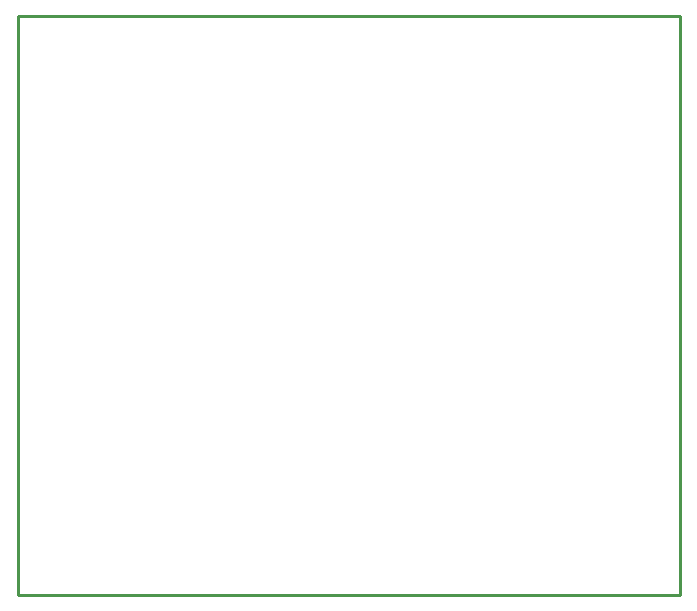
<source format=gbr>
G04*
G04 #@! TF.GenerationSoftware,Altium Limited,Altium Designer,22.4.2 (48)*
G04*
G04 Layer_Color=16711935*
%FSLAX44Y44*%
%MOMM*%
G71*
G04*
G04 #@! TF.SameCoordinates,526C220A-A096-4E3C-8F2C-01EC2D9484EB*
G04*
G04*
G04 #@! TF.FilePolarity,Positive*
G04*
G01*
G75*
%ADD14C,0.2540*%
D14*
X0Y0D02*
X560000D01*
X0Y490000D02*
X560000D01*
Y0D02*
Y490000D01*
X0Y0D02*
Y490000D01*
M02*

</source>
